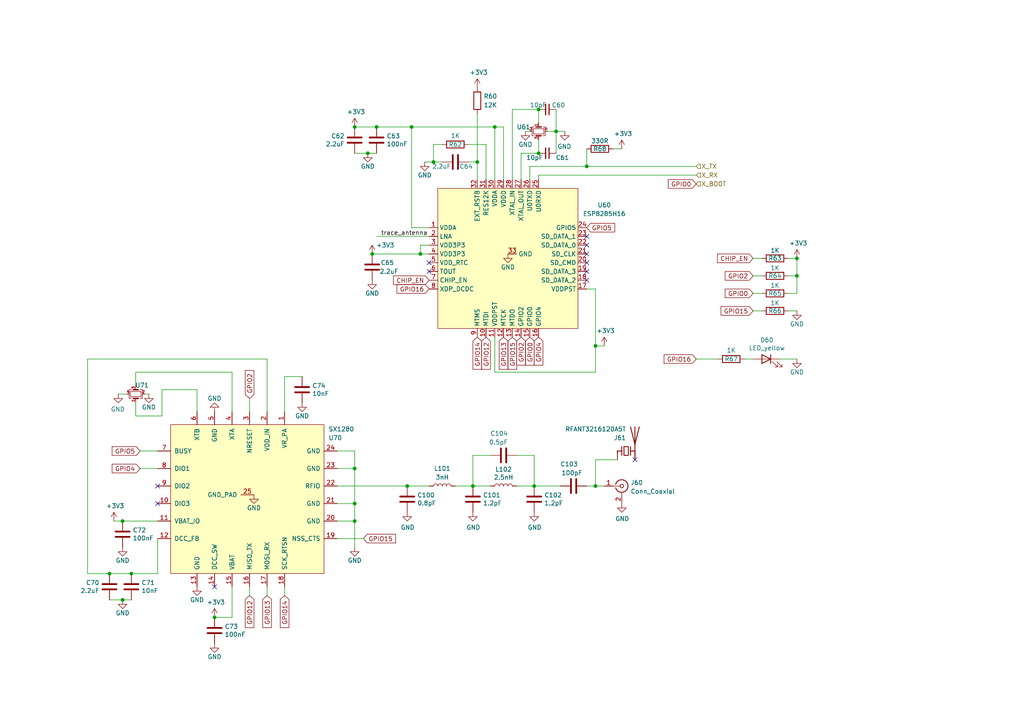
<source format=kicad_sch>
(kicad_sch (version 20231120) (generator "eeschema") (generator_version "8.0")
  (paper "A4")
  (title_block (title "Rotini V3") (date "2022-09-14") (rev "V3.0.0") (company "Team Alfredo"))
  (lib_symbols
    (symbol "AlfredoSymbols:ESP8285H16"
      (property "Reference" "U" (at 13.97 24.13 0))
      (property "Value" "ESP8285H16" (at 19.05 21.59 0))
      (symbol "ESP8285H16_0_1"
        (rectangle (start -20.32 20.32) (end 20.32 -20.32) (fill (type background)))
      )
      (symbol "ESP8285H16_1_1"
        (pin input line (at -22.86 8.89 0) (length 2.54) (name "VDDA") (number "1"))
        (pin input line (at -6.35 -22.86 90) (length 2.54) (name "MTDI") (number "10"))
        (pin input line (at -3.81 -22.86 90) (length 2.54) (name "VDDPST") (number "11"))
        (pin input line (at -1.27 -22.86 90) (length 2.54) (name "MTCK") (number "12"))
        (pin input line (at 1.27 -22.86 90) (length 2.54) (name "MTDO") (number "13"))
        (pin input line (at 3.81 -22.86 90) (length 2.54) (name "GPIO2") (number "14"))
        (pin input line (at 6.35 -22.86 90) (length 2.54) (name "GPIO0") (number "15"))
        (pin input line (at 8.89 -22.86 90) (length 2.54) (name "GPIO4") (number "16"))
        (pin input line (at 22.86 -8.89 180) (length 2.54) (name "VDDPST") (number "17"))
        (pin input line (at 22.86 -6.35 180) (length 2.54) (name "SD_DATA_2") (number "18"))
        (pin input line (at 22.86 -3.81 180) (length 2.54) (name "SD_DATA_3") (number "19"))
        (pin input line (at -22.86 6.35 0) (length 2.54) (name "LNA") (number "2"))
        (pin input line (at 22.86 -1.27 180) (length 2.54) (name "SD_CMD") (number "20"))
        (pin input line (at 22.86 1.27 180) (length 2.54) (name "SD_CLK") (number "21"))
        (pin input line (at 22.86 3.81 180) (length 2.54) (name "SD_DATA_0") (number "22"))
        (pin input line (at 22.86 6.35 180) (length 2.54) (name "SD_DATA_1") (number "23"))
        (pin input line (at 22.86 8.89 180) (length 2.54) (name "GPIO5") (number "24"))
        (pin input line (at 8.89 22.86 270) (length 2.54) (name "U0RXD") (number "25"))
        (pin input line (at 6.35 22.86 270) (length 2.54) (name "U0TXD") (number "26"))
        (pin input line (at 3.81 22.86 270) (length 2.54) (name "XTAL_OUT") (number "27"))
        (pin input line (at 1.27 22.86 270) (length 2.54) (name "XTAL_IN") (number "28"))
        (pin input line (at -1.27 22.86 270) (length 2.54) (name "VDDD") (number "29"))
        (pin input line (at -22.86 3.81 0) (length 2.54) (name "VDD3P3") (number "3"))
        (pin input line (at -3.81 22.86 270) (length 2.54) (name "VDDA") (number "30"))
        (pin input line (at -6.35 22.86 270) (length 2.54) (name "RES12K") (number "31"))
        (pin input line (at -8.89 22.86 270) (length 2.54) (name "EXT_RSTB") (number "32"))
        (pin input line (at 0 1.27 0) (length 2.54) (name "GND") (number "33"))
        (pin input line (at -22.86 1.27 0) (length 2.54) (name "VDD3P3") (number "4"))
        (pin input line (at -22.86 -1.27 0) (length 2.54) (name "VDD_RTC") (number "5"))
        (pin input line (at -22.86 -3.81 0) (length 2.54) (name "TOUT") (number "6"))
        (pin input line (at -22.86 -6.35 0) (length 2.54) (name "CHIP_EN") (number "7"))
        (pin input line (at -22.86 -8.89 0) (length 2.54) (name "XDP_DCDC") (number "8"))
        (pin input line (at -8.89 -22.86 90) (length 2.54) (name "MTMS") (number "9"))
      )
    )
    (symbol "AlfredoSymbols:SX1280" (pin_names (offset 1.016))
      (property "Reference" "U" (at 19.05 21.59 0))
      (property "Value" "SX1280" (at 19.05 24.13 0))
      (symbol "SX1280_0_1"
        (rectangle (start -20.32 20.32) (end 24.13 -22.86) (fill (type background)))
      )
      (symbol "SX1280_1_1"
        (pin output line (at 12.7 24.13 270) (length 3.81) (name "VR_PA") (number "1"))
        (pin bidirectional line (at -24.13 -2.54 0) (length 3.81) (name "DIO3") (number "10"))
        (pin bidirectional line (at -24.13 -7.62 0) (length 3.81) (name "VBAT_IO") (number "11"))
        (pin bidirectional line (at -24.13 -12.7 0) (length 3.81) (name "DCC_FB") (number "12"))
        (pin bidirectional line (at -12.7 -26.67 90) (length 3.81) (name "GND") (number "13"))
        (pin power_in line (at -7.62 -26.67 90) (length 3.81) (name "DCC_SW") (number "14"))
        (pin power_in line (at -2.54 -26.67 90) (length 3.81) (name "VBAT") (number "15"))
        (pin input line (at 2.54 -26.67 90) (length 3.81) (name "MISO_TX") (number "16"))
        (pin output line (at 7.62 -26.67 90) (length 3.81) (name "MOSI_RX") (number "17"))
        (pin input line (at 12.7 -26.67 90) (length 3.81) (name "SCK_RTSN") (number "18"))
        (pin input line (at 27.94 -12.7 180) (length 3.81) (name "NSS_CTS") (number "19"))
        (pin power_in line (at 7.62 24.13 270) (length 3.81) (name "VDD_IN") (number "2"))
        (pin output line (at 27.94 -7.62 180) (length 3.81) (name "GND") (number "20"))
        (pin output line (at 27.94 -2.54 180) (length 3.81) (name "GND") (number "21"))
        (pin input line (at 27.94 2.54 180) (length 3.81) (name "RFIO") (number "22"))
        (pin power_in line (at 27.94 7.62 180) (length 3.81) (name "GND") (number "23"))
        (pin power_in line (at 27.94 12.7 180) (length 3.81) (name "GND") (number "24"))
        (pin power_in line (at 3.81 0 180) (length 3.81) (name "GND_PAD") (number "25"))
        (pin power_in line (at 2.54 24.13 270) (length 3.81) (name "NRESET") (number "3"))
        (pin power_in line (at -2.54 24.13 270) (length 3.81) (name "XTA") (number "4"))
        (pin bidirectional line (at -7.62 24.13 270) (length 3.81) (name "GND") (number "5"))
        (pin bidirectional line (at -12.7 24.13 270) (length 3.81) (name "XTB") (number "6"))
        (pin input line (at -24.13 12.7 0) (length 3.81) (name "BUSY") (number "7"))
        (pin bidirectional line (at -24.13 7.62 0) (length 3.81) (name "DIO1") (number "8"))
        (pin bidirectional line (at -24.13 2.54 0) (length 3.81) (name "DIO2") (number "9"))
      )
    )
    (symbol "Connector:Conn_Coaxial" (pin_names (offset 1.016) hide)
      (property "Reference" "J" (at 0.254 3.048 0))
      (property "Value" "Conn_Coaxial" (at 2.921 0 90))
      (symbol "Conn_Coaxial_0_1"
        (arc (start -1.778 -0.508) (mid 0.2311 -1.8066) (end 1.778 0) (stroke (width 0.254)))
        (polyline (pts (xy -2.54 0) (xy -0.508 0)))
        (polyline (pts (xy 0 -2.54) (xy 0 -1.778)))
        (circle (center 0 0) (radius 0.508) (stroke (width 0.2032)))
        (arc (start 1.778 0) (mid 0.2099 1.8101) (end -1.778 0.508) (stroke (width 0.254)))
      )
      (symbol "Conn_Coaxial_1_1"
        (pin passive line (at -5.08 0 0) (length 2.54) (name "In") (number "1"))
        (pin passive line (at 0 -5.08 90) (length 2.54) (name "Ext") (number "2"))
      )
    )
    (symbol "Device:Antenna_Chip" (pin_numbers hide) (pin_names (offset 1.016) hide)
      (property "Reference" "AE" (at 0 5.08 0))
      (property "Value" "Antenna_Chip" (at 0 3.175 0))
      (symbol "Antenna_Chip_0_1"
        (polyline (pts (xy -2.54 0) (xy -2.54 -0.635)) (stroke (width 0.254)))
        (polyline (pts (xy -2.54 0) (xy -1.27 0)) (stroke (width 0.254)))
        (polyline (pts (xy 1.27 0) (xy 2.54 0)) (stroke (width 0.254)))
        (polyline (pts (xy 1.27 1.27) (xy 1.27 -1.27)) (stroke (width 0.254)))
        (polyline (pts (xy 2.54 -0.635) (xy 2.54 0)))
        (polyline (pts (xy 2.54 6.985) (xy 2.54 -1.905)) (stroke (width 0.254)))
        (polyline (pts (xy -1.27 1.27) (xy -1.27 -1.27) (xy -1.27 0)) (stroke (width 0.254)))
        (polyline (pts (xy 3.81 6.985) (xy 2.54 1.905) (xy 1.27 6.985)) (stroke (width 0.254)))
        (polyline (pts (xy -0.635 1.27) (xy 0.635 1.27) (xy 0.635 -1.27) (xy -0.635 -1.27) (xy -0.635 1.27)) (stroke (width 0.254)))
      )
      (symbol "Antenna_Chip_1_1"
        (pin input line (at -2.54 -2.54 90) (length 2.54) (name "FEED") (number "1"))
        (pin passive line (at 2.54 -2.54 90) (length 2.54) (name "PCB_Trace") (number "2"))
      )
    )
    (symbol "Device:C" (pin_numbers hide) (pin_names (offset 0.254))
      (property "Reference" "C" (at 0.635 2.54 0))
      (property "Value" "C" (at 0.635 -2.54 0))
      (symbol "C_0_1"
        (polyline (pts (xy -2.032 -0.762) (xy 2.032 -0.762)) (stroke (width 0.508)))
        (polyline (pts (xy -2.032 0.762) (xy 2.032 0.762)) (stroke (width 0.508)))
      )
      (symbol "C_1_1"
        (pin passive line (at 0 3.81 270) (length 2.794) (name "~") (number "1"))
        (pin passive line (at 0 -3.81 90) (length 2.794) (name "~") (number "2"))
      )
    )
    (symbol "Device:C_Small" (pin_numbers hide) (pin_names (offset 0.254) hide)
      (property "Reference" "C" (at 0.254 1.778 0))
      (property "Value" "C_Small" (at 0.254 -2.032 0))
      (symbol "C_Small_0_1"
        (polyline (pts (xy -1.524 -0.508) (xy 1.524 -0.508)) (stroke (width 0.3302)))
        (polyline (pts (xy -1.524 0.508) (xy 1.524 0.508)) (stroke (width 0.3048)))
      )
      (symbol "C_Small_1_1"
        (pin passive line (at 0 2.54 270) (length 2.032) (name "~") (number "1"))
        (pin passive line (at 0 -2.54 90) (length 2.032) (name "~") (number "2"))
      )
    )
    (symbol "Device:Crystal_GND24_Small" (pin_names (offset 1.016) hide)
      (property "Reference" "Y" (at 1.27 4.445 0))
      (property "Value" "Crystal_GND24_Small" (at 1.27 2.54 0))
      (symbol "Crystal_GND24_Small_0_1"
        (rectangle (start -0.762 -1.524) (end 0.762 1.524))
        (polyline (pts (xy -1.27 -0.762) (xy -1.27 0.762)) (stroke (width 0.381)))
        (polyline (pts (xy 1.27 -0.762) (xy 1.27 0.762)) (stroke (width 0.381)))
        (polyline (pts (xy -1.27 -1.27) (xy -1.27 -1.905) (xy 1.27 -1.905) (xy 1.27 -1.27)))
        (polyline (pts (xy -1.27 1.27) (xy -1.27 1.905) (xy 1.27 1.905) (xy 1.27 1.27)))
      )
      (symbol "Crystal_GND24_Small_1_1"
        (pin passive line (at -2.54 0 0) (length 1.27) (name "1") (number "1"))
        (pin passive line (at 0 -2.54 90) (length 0.635) (name "2") (number "2"))
        (pin passive line (at 2.54 0 180) (length 1.27) (name "3") (number "3"))
        (pin passive line (at 0 2.54 270) (length 0.635) (name "4") (number "4"))
      )
    )
    (symbol "Device:L" (pin_numbers hide) (pin_names (offset 1.016) hide)
      (property "Reference" "L" (at -1.27 0 90))
      (property "Value" "L" (at 1.905 0 90))
      (symbol "L_0_1"
        (arc (start 0 -2.54) (mid 0.6323 -1.905) (end 0 -1.27))
        (arc (start 0 -1.27) (mid 0.6323 -0.635) (end 0 0))
        (arc (start 0 0) (mid 0.6323 0.635) (end 0 1.27))
        (arc (start 0 1.27) (mid 0.6323 1.905) (end 0 2.54))
      )
      (symbol "L_1_1"
        (pin passive line (at 0 3.81 270) (length 1.27) (name "1") (number "1"))
        (pin passive line (at 0 -3.81 90) (length 1.27) (name "2") (number "2"))
      )
    )
    (symbol "Device:LED" (pin_numbers hide) (pin_names (offset 1.016) hide)
      (property "Reference" "D" (at 0 2.54 0))
      (property "Value" "LED" (at 0 -2.54 0))
      (symbol "LED_0_1"
        (polyline (pts (xy -1.27 -1.27) (xy -1.27 1.27)) (stroke (width 0.254)))
        (polyline (pts (xy -1.27 0) (xy 1.27 0)))
        (polyline (pts (xy 1.27 -1.27) (xy 1.27 1.27) (xy -1.27 0) (xy 1.27 -1.27)) (stroke (width 0.254)))
        (polyline (pts (xy -3.048 -0.762) (xy -4.572 -2.286) (xy -3.81 -2.286) (xy -4.572 -2.286) (xy -4.572 -1.524)))
        (polyline (pts (xy -1.778 -0.762) (xy -3.302 -2.286) (xy -2.54 -2.286) (xy -3.302 -2.286) (xy -3.302 -1.524)))
      )
      (symbol "LED_1_1"
        (pin passive line (at -3.81 0 0) (length 2.54) (name "K") (number "1"))
        (pin passive line (at 3.81 0 180) (length 2.54) (name "A") (number "2"))
      )
    )
    (symbol "Device:R" (pin_numbers hide) (pin_names (offset 0))
      (property "Reference" "R" (at 2.032 0 90))
      (property "Value" "R" (at 0 0 90))
      (symbol "R_0_1"
        (rectangle (start -1.016 -2.54) (end 1.016 2.54) (stroke (width 0.254)))
      )
      (symbol "R_1_1"
        (pin passive line (at 0 3.81 270) (length 1.27) (name "~") (number "1"))
        (pin passive line (at 0 -3.81 90) (length 1.27) (name "~") (number "2"))
      )
    )
    (symbol "power:+3V3" (power) (pin_names (offset 0))
      (property "Value" "+3V3" (at 0 3.556 0))
      (symbol "+3V3_0_1"
        (polyline (pts (xy -0.762 1.27) (xy 0 2.54)))
        (polyline (pts (xy 0 0) (xy 0 2.54)))
        (polyline (pts (xy 0 2.54) (xy 0.762 1.27)))
      )
      (symbol "+3V3_1_1"
        (pin power_in line (at 0 0 90) (length 0) hide (name "+3V3") (number "1"))
      )
    )
    (symbol "power:GND" (power) (pin_names (offset 0))
      (property "Value" "GND" (at 0 -3.81 0))
      (symbol "GND_0_1"
        (polyline (pts (xy 0 0) (xy 0 -1.27) (xy 1.27 -1.27) (xy 0 -2.54) (xy -1.27 -1.27) (xy 0 -1.27)))
      )
      (symbol "GND_1_1"
        (pin power_in line (at 0 0 270) (length 0) hide (name "GND") (number "1"))
      )
    )
  )
  (junction (at 119.38 36.83))
  (junction (at 172.72 100.33))
  (junction (at 109.22 36.83))
  (junction (at 102.87 36.83))
  (junction (at 38.1 166.37))
  (junction (at 138.43 46.99))
  (junction (at 35.56 151.13))
  (junction (at 143.51 36.83))
  (junction (at 106.68 44.45))
  (junction (at 154.94 140.97))
  (junction (at 125.73 46.99))
  (junction (at 231.14 74.93))
  (junction (at 118.11 140.97))
  (junction (at 137.16 140.97))
  (junction (at 172.72 140.97))
  (junction (at 102.87 146.05))
  (junction (at 31.75 166.37))
  (junction (at 107.95 73.66))
  (junction (at 62.23 179.07))
  (junction (at 170.18 48.26))
  (junction (at 156.21 44.45))
  (junction (at 161.29 38.1))
  (junction (at 35.56 173.99))
  (junction (at 121.92 73.66))
  (junction (at 231.14 80.01))
  (junction (at 102.87 151.13))
  (junction (at 156.21 31.75))
  (junction (at 102.87 135.89))
  (no_connect (at 124.46 76.2))
  (no_connect (at 62.23 170.18))
  (no_connect (at 124.46 78.74))
  (no_connect (at 170.18 81.28))
  (no_connect (at 170.18 78.74))
  (no_connect (at 45.72 146.05))
  (no_connect (at 45.72 140.97))
  (no_connect (at 170.18 71.12))
  (no_connect (at 170.18 73.66))
  (no_connect (at 170.18 68.58))
  (no_connect (at 170.18 76.2))
  (no_connect (at 184.15 133.35))
  (wire (pts (xy 67.31 119.38) (xy 67.31 107.95)))
  (wire (pts (xy 102.87 135.89) (xy 102.87 130.81)))
  (wire (pts (xy 135.89 41.91) (xy 140.97 41.91)))
  (wire (pts (xy 135.89 46.99) (xy 138.43 46.99)))
  (wire (pts (xy 170.18 43.18) (xy 170.18 48.26)))
  (wire (pts (xy 25.4 166.37) (xy 31.75 166.37)))
  (wire (pts (xy 228.6 80.01) (xy 231.14 80.01)))
  (wire (pts (xy 172.72 140.97) (xy 175.26 140.97)))
  (wire (pts (xy 97.79 146.05) (xy 102.87 146.05)))
  (wire (pts (xy 97.79 140.97) (xy 118.11 140.97)))
  (wire (pts (xy 97.79 151.13) (xy 102.87 151.13)))
  (wire (pts (xy 148.59 31.75) (xy 156.21 31.75)))
  (wire (pts (xy 46.99 113.03) (xy 57.15 113.03)))
  (wire (pts (xy 97.79 135.89) (xy 102.87 135.89)))
  (wire (pts (xy 151.13 44.45) (xy 151.13 52.07)))
  (wire (pts (xy 82.55 170.18) (xy 82.55 172.72)))
  (wire (pts (xy 201.93 48.26) (xy 170.18 48.26)))
  (wire (pts (xy 125.73 41.91) (xy 128.27 41.91)))
  (wire (pts (xy 177.8 43.18) (xy 180.34 43.18)))
  (wire (pts (xy 102.87 130.81) (xy 97.79 130.81)))
  (wire (pts (xy 121.92 73.66) (xy 121.92 71.12)))
  (wire (pts (xy 106.68 44.45) (xy 109.22 44.45)))
  (wire (pts (xy 154.94 140.97) (xy 162.56 140.97)))
  (wire (pts (xy 138.43 33.02) (xy 138.43 46.99)))
  (wire (pts (xy 118.11 140.97) (xy 124.46 140.97)))
  (wire (pts (xy 149.86 140.97) (xy 154.94 140.97)))
  (wire (pts (xy 124.46 66.04) (xy 119.38 66.04)))
  (wire (pts (xy 40.64 130.81) (xy 45.72 130.81)))
  (wire (pts (xy 143.51 107.95) (xy 172.72 107.95)))
  (wire (pts (xy 125.73 41.91) (xy 125.73 46.99)))
  (wire (pts (xy 137.16 140.97) (xy 142.24 140.97)))
  (wire (pts (xy 109.22 68.58) (xy 124.46 68.58)))
  (wire (pts (xy 57.15 113.03) (xy 57.15 119.38)))
  (wire (pts (xy 34.29 114.3) (xy 36.83 114.3)))
  (wire (pts (xy 72.39 115.57) (xy 72.39 119.38)))
  (wire (pts (xy 67.31 107.95) (xy 39.37 107.95)))
  (wire (pts (xy 161.29 31.75) (xy 161.29 38.1)))
  (wire (pts (xy 25.4 166.37) (xy 25.4 104.14)))
  (wire (pts (xy 153.67 48.26) (xy 153.67 52.07)))
  (wire (pts (xy 152.4 38.1) (xy 153.67 38.1)))
  (wire (pts (xy 46.99 120.65) (xy 46.99 113.03)))
  (wire (pts (xy 132.08 140.97) (xy 137.16 140.97)))
  (wire (pts (xy 142.24 132.08) (xy 137.16 132.08)))
  (wire (pts (xy 35.56 151.13) (xy 45.72 151.13)))
  (wire (pts (xy 231.14 74.93) (xy 231.14 80.01)))
  (wire (pts (xy 46.99 120.65) (xy 39.37 120.65)))
  (wire (pts (xy 40.64 135.89) (xy 45.72 135.89)))
  (wire (pts (xy 121.92 71.12) (xy 124.46 71.12)))
  (wire (pts (xy 39.37 120.65) (xy 39.37 116.84)))
  (wire (pts (xy 156.21 40.64) (xy 156.21 44.45)))
  (wire (pts (xy 172.72 100.33) (xy 175.26 100.33)))
  (wire (pts (xy 82.55 109.22) (xy 87.63 109.22)))
  (wire (pts (xy 35.56 173.99) (xy 38.1 173.99)))
  (wire (pts (xy 156.21 31.75) (xy 156.21 35.56)))
  (wire (pts (xy 128.27 46.99) (xy 125.73 46.99)))
  (wire (pts (xy 25.4 104.14) (xy 77.47 104.14)))
  (wire (pts (xy 231.14 80.01) (xy 231.14 85.09)))
  (wire (pts (xy 154.94 140.97) (xy 154.94 132.08)))
  (wire (pts (xy 67.31 179.07) (xy 67.31 170.18)))
  (wire (pts (xy 161.29 38.1) (xy 163.83 38.1)))
  (wire (pts (xy 158.75 38.1) (xy 161.29 38.1)))
  (wire (pts (xy 43.18 114.3) (xy 41.91 114.3)))
  (wire (pts (xy 123.19 46.99) (xy 125.73 46.99)))
  (wire (pts (xy 143.51 36.83) (xy 143.51 52.07)))
  (wire (pts (xy 31.75 166.37) (xy 38.1 166.37)))
  (wire (pts (xy 218.44 90.17) (xy 220.98 90.17)))
  (wire (pts (xy 102.87 151.13) (xy 102.87 146.05)))
  (wire (pts (xy 140.97 41.91) (xy 140.97 52.07)))
  (wire (pts (xy 72.39 170.18) (xy 72.39 172.72)))
  (wire (pts (xy 172.72 83.82) (xy 170.18 83.82)))
  (wire (pts (xy 218.44 74.93) (xy 220.98 74.93)))
  (wire (pts (xy 154.94 132.08) (xy 149.86 132.08)))
  (wire (pts (xy 109.22 36.83) (xy 119.38 36.83)))
  (wire (pts (xy 228.6 74.93) (xy 231.14 74.93)))
  (wire (pts (xy 119.38 66.04) (xy 119.38 36.83)))
  (wire (pts (xy 156.21 44.45) (xy 151.13 44.45)))
  (wire (pts (xy 107.95 73.66) (xy 121.92 73.66)))
  (wire (pts (xy 172.72 133.35) (xy 179.07 133.35)))
  (wire (pts (xy 77.47 104.14) (xy 77.47 119.38)))
  (wire (pts (xy 148.59 31.75) (xy 148.59 52.07)))
  (wire (pts (xy 161.29 38.1) (xy 161.29 44.45)))
  (wire (pts (xy 39.37 111.76) (xy 39.37 107.95)))
  (wire (pts (xy 97.79 156.21) (xy 105.41 156.21)))
  (wire (pts (xy 215.9 104.14) (xy 218.44 104.14)))
  (wire (pts (xy 45.72 156.21) (xy 45.72 166.37)))
  (wire (pts (xy 119.38 36.83) (xy 143.51 36.83)))
  (wire (pts (xy 218.44 85.09) (xy 220.98 85.09)))
  (wire (pts (xy 143.51 97.79) (xy 143.51 107.95)))
  (wire (pts (xy 38.1 166.37) (xy 45.72 166.37)))
  (wire (pts (xy 102.87 36.83) (xy 109.22 36.83)))
  (wire (pts (xy 77.47 170.18) (xy 77.47 172.72)))
  (wire (pts (xy 138.43 46.99) (xy 138.43 52.07)))
  (wire (pts (xy 156.21 50.8) (xy 201.93 50.8)))
  (wire (pts (xy 170.18 140.97) (xy 172.72 140.97)))
  (wire (pts (xy 172.72 100.33) (xy 172.72 83.82)))
  (wire (pts (xy 170.18 48.26) (xy 153.67 48.26)))
  (wire (pts (xy 102.87 146.05) (xy 102.87 135.89)))
  (wire (pts (xy 62.23 179.07) (xy 67.31 179.07)))
  (wire (pts (xy 102.87 158.75) (xy 102.87 151.13)))
  (wire (pts (xy 143.51 36.83) (xy 146.05 36.83)))
  (wire (pts (xy 146.05 52.07) (xy 146.05 36.83)))
  (wire (pts (xy 124.46 73.66) (xy 121.92 73.66)))
  (wire (pts (xy 172.72 107.95) (xy 172.72 100.33)))
  (wire (pts (xy 137.16 132.08) (xy 137.16 140.97)))
  (wire (pts (xy 33.02 151.13) (xy 35.56 151.13)))
  (wire (pts (xy 201.93 104.14) (xy 208.28 104.14)))
  (wire (pts (xy 226.06 104.14) (xy 231.14 104.14)))
  (wire (pts (xy 156.21 52.07) (xy 156.21 50.8)))
  (wire (pts (xy 172.72 140.97) (xy 172.72 133.35)))
  (wire (pts (xy 228.6 90.17) (xy 231.14 90.17)))
  (wire (pts (xy 102.87 44.45) (xy 106.68 44.45)))
  (wire (pts (xy 31.75 173.99) (xy 35.56 173.99)))
  (wire (pts (xy 82.55 119.38) (xy 82.55 109.22)))
  (wire (pts (xy 228.6 85.09) (xy 231.14 85.09)))
  (wire (pts (xy 218.44 80.01) (xy 220.98 80.01)))
  (label "trace_antenna" (at 110.49 68.58 0))
  (global_label "GPIO5" (shape input) (at 40.64 130.81 180) (property "Intersheetrefs" "${INTERSHEET_REFS}" (effects (hide yes))))
  (global_label "GPIO0" (shape input) (at 153.67 97.79 270) (property "Intersheetrefs" "${INTERSHEET_REFS}" (effects (hide yes))))
  (global_label "GPIO13" (shape input) (at 77.47 172.72 270) (property "Intersheetrefs" "${INTERSHEET_REFS}" (effects (hide yes))))
  (global_label "GPIO4" (shape input) (at 156.21 97.79 270) (property "Intersheetrefs" "${INTERSHEET_REFS}" (effects (hide yes))))
  (global_label "CHIP_EN" (shape input) (at 124.46 81.28 180) (property "Intersheetrefs" "${INTERSHEET_REFS}" (effects (hide yes))))
  (global_label "GPIO4" (shape input) (at 40.64 135.89 180) (property "Intersheetrefs" "${INTERSHEET_REFS}" (effects (hide yes))))
  (global_label "GPIO12" (shape input) (at 72.39 172.72 270) (property "Intersheetrefs" "${INTERSHEET_REFS}" (effects (hide yes))))
  (global_label "GPIO2" (shape input) (at 218.44 80.01 180) (property "Intersheetrefs" "${INTERSHEET_REFS}" (effects (hide yes))))
  (global_label "CHIP_EN" (shape input) (at 218.44 74.93 180) (property "Intersheetrefs" "${INTERSHEET_REFS}" (effects (hide yes))))
  (global_label "GPIO16" (shape input) (at 201.93 104.14 180) (property "Intersheetrefs" "${INTERSHEET_REFS}" (effects (hide yes))))
  (global_label "GPIO15" (shape input) (at 148.59 97.79 270) (property "Intersheetrefs" "${INTERSHEET_REFS}" (effects (hide yes))))
  (global_label "GPIO14" (shape input) (at 82.55 172.72 270) (property "Intersheetrefs" "${INTERSHEET_REFS}" (effects (hide yes))))
  (global_label "GPIO2" (shape input) (at 72.39 115.57 90) (property "Intersheetrefs" "${INTERSHEET_REFS}" (effects (hide yes))))
  (global_label "GPIO14" (shape input) (at 138.43 97.79 270) (property "Intersheetrefs" "${INTERSHEET_REFS}" (effects (hide yes))))
  (global_label "GPIO16" (shape input) (at 124.46 83.82 180) (property "Intersheetrefs" "${INTERSHEET_REFS}" (effects (hide yes))))
  (global_label "GPIO5" (shape input) (at 170.18 66.04 0) (property "Intersheetrefs" "${INTERSHEET_REFS}" (effects (hide yes))))
  (global_label "GPIO2" (shape input) (at 151.13 97.79 270) (property "Intersheetrefs" "${INTERSHEET_REFS}" (effects (hide yes))))
  (global_label "GPIO0" (shape input) (at 218.44 85.09 180) (property "Intersheetrefs" "${INTERSHEET_REFS}" (effects (hide yes))))
  (global_label "GPIO15" (shape input) (at 105.41 156.21 0) (property "Intersheetrefs" "${INTERSHEET_REFS}" (effects (hide yes))))
  (global_label "GPIO12" (shape input) (at 140.97 97.79 270) (property "Intersheetrefs" "${INTERSHEET_REFS}" (effects (hide yes))))
  (global_label "GPIO13" (shape input) (at 146.05 97.79 270) (property "Intersheetrefs" "${INTERSHEET_REFS}" (effects (hide yes))))
  (global_label "GPIO0" (shape input) (at 201.93 53.34 180) (property "Intersheetrefs" "${INTERSHEET_REFS}" (effects (hide yes))))
  (global_label "GPIO15" (shape input) (at 218.44 90.17 180) (property "Intersheetrefs" "${INTERSHEET_REFS}" (effects (hide yes))))
  (hierarchical_label "X_TX" (shape input) (at 201.93 48.26 0))
  (hierarchical_label "X_BOOT" (shape input) (at 201.93 53.34 0))
  (hierarchical_label "X_RX" (shape input) (at 201.93 50.8 0))
  (symbol (lib_id "power:GND") (at 152.4 38.1 0) (unit 1)
    (property "Reference" "#PWR0155" (effects (hide yes)))
    (property "Value" "GND" (at 152.4 41.91 0))
    (instances (project "I3ESC" (path "" (reference "#PWR0155") (unit 1))) (project "Rotini-Hardware" (path "" (reference "#PWR0165") (unit 1))))
  )
  (symbol (lib_id "AlfredoSymbols:SX1280") (at 69.85 143.51 0) (unit 1)
    (property "Reference" "U70" (at 95.25 127 0) (effects (justify left)))
    (property "Value" "SX1280" (at 95.25 124.46 0) (effects (justify left)))
    (property "Footprint" "Package_DFN_QFN:QFN-24-1EP_4x4mm_P0.5mm_EP2.65x2.65mm" (effects (hide yes)))
    (property "Datasheet" "https://lcsc.com/product-detail/RF-Transceiver-ICs_SEMTECH-SX1280IMLTRT_C125969.html" (effects (hide yes)))
    (property "LCSC" "C125969" (effects (hide yes)))
  )
  (symbol (lib_id "Device:R") (at 224.79 74.93 90) (mirror x) (unit 1)
    (property "Reference" "R63" (at 224.79 74.93 90))
    (property "Value" "1K" (at 224.79 72.644 90))
    (property "Footprint" "Resistor_SMD:R_0402_1005Metric" (effects (hide yes)))
    (property "Datasheet" "https://lcsc.com/product-detail/Chip-Resistor---Surface-Mount_UNI-ROYALUniroyal-Elec-UNI-ROYALUniroyal-Elec-0402WGF1001TCE_C11702.html" (effects (hide yes)))
    (property "LCSC" "C11702" (effects (hide yes)))
  )
  (symbol (lib_id "Device:C") (at 35.56 154.94 0) (unit 1)
    (property "Reference" "C72" (at 38.481 153.7716 0) (effects (justify left)))
    (property "Value" "100nF" (at 38.481 156.083 0) (effects (justify left)))
    (property "Footprint" "Capacitor_SMD:C_0402_1005Metric" (effects (hide yes)))
    (property "Datasheet" "https://lcsc.com/product-detail/Multilayer-Ceramic-Capacitors-MLCC---SMD-SMT_Samsung-Electro-Mechanics-Samsung-Electro-Mechanics-CL05B104KB54PNC_C307331.html" (effects (hide yes)))
    (property "LCSC" "C307331" (effects (hide yes)))
  )
  (symbol (lib_id "power:+3V3") (at 62.23 179.07 0) (unit 1)
    (property "Reference" "#PWR0131" (effects (hide yes)))
    (property "Value" "+3V3" (at 62.611 174.6758 0))
  )
  (symbol (lib_id "power:GND") (at 35.56 173.99 0) (unit 1)
    (property "Reference" "#PWR0151" (effects (hide yes)))
    (property "Value" "GND" (at 35.56 177.8 0))
    (instances (project "I3ESC" (path "" (reference "#PWR0151") (unit 1))) (project "Rotini-Hardware" (path "" (reference "#PWR0135") (unit 1))))
  )
  (symbol (lib_id "power:GND") (at 231.14 104.14 0) (unit 1)
    (property "Reference" "#PWR0118" (effects (hide yes)))
    (property "Value" "GND" (at 231.14 107.95 0))
  )
  (symbol (lib_id "Device:R") (at 132.08 41.91 90) (mirror x) (unit 1)
    (property "Reference" "R62" (at 132.08 41.91 90))
    (property "Value" "1K" (at 132.08 39.37 90))
    (property "Footprint" "Resistor_SMD:R_0402_1005Metric" (effects (hide yes)))
    (property "Datasheet" "https://lcsc.com/product-detail/Chip-Resistor---Surface-Mount_UNI-ROYALUniroyal-Elec-UNI-ROYALUniroyal-Elec-0402WGF1001TCE_C11702.html" (effects (hide yes)))
    (property "LCSC" "C11702" (effects (hide yes)))
  )
  (symbol (lib_id "power:GND") (at 34.29 114.3 0) (mirror y) (unit 1)
    (property "Reference" "#PWR0134" (effects (hide yes)))
    (property "Value" "GND" (at 34.163 118.6942 0))
  )
  (symbol (lib_id "Device:C") (at 102.87 40.64 0) (mirror y) (unit 1)
    (property "Reference" "C62" (at 99.949 39.4716 0) (effects (justify left)))
    (property "Value" "2.2uF" (at 99.949 41.783 0) (effects (justify left)))
    (property "Footprint" "Capacitor_SMD:C_0402_1005Metric" (effects (hide yes)))
    (property "Datasheet" "https://lcsc.com/product-detail/Multilayer-Ceramic-Capacitors-MLCC---SMD-SMT_Samsung-Electro-Mechanics-Samsung-Electro-Mechanics-CL05A225MQ5NSNC_C12530.html" (effects (hide yes)))
    (property "LCSC" "C12530" (effects (hide yes)))
  )
  (symbol (lib_id "power:GND") (at 154.94 148.59 0) (unit 1)
    (property "Reference" "#PWR0124" (effects (hide yes)))
    (property "Value" "GND" (at 155.067 152.9842 0))
  )
  (symbol (lib_id "Device:C") (at 38.1 170.18 0) (unit 1)
    (property "Reference" "C71" (at 41.021 169.0116 0) (effects (justify left)))
    (property "Value" "10nF" (at 41.021 171.323 0) (effects (justify left)))
    (property "Footprint" "Capacitor_SMD:C_0402_1005Metric" (effects (hide yes)))
    (property "Datasheet" "https://lcsc.com/product-detail/Multilayer-Ceramic-Capacitors-MLCC---SMD-SMT_Samsung-Electro-Mechanics-Samsung-Electro-Mechanics-CL05B103KB5NNNC_C15195.html" (effects (hide yes)))
    (property "LCSC" "C15195" (effects (hide yes)))
  )
  (symbol (lib_id "Device:C") (at 154.94 144.78 0) (unit 1)
    (property "Reference" "C102" (at 157.861 143.6116 0) (effects (justify left)))
    (property "Value" "1.2pF" (at 157.861 145.923 0) (effects (justify left)))
    (property "Footprint" "Capacitor_SMD:C_0402_1005Metric" (effects (hide yes)))
    (property "Datasheet" "https://lcsc.com/product-detail/Multilayer-Ceramic-Capacitors-MLCC---SMD-SMT_EYANGShenzhen-Eyang-Tech-Development-EYANGShenzhen-Eyang-Tech-Development-C0402C0G1R2C500NTB_C115613.html" (effects (hide yes)))
    (property "LCSC" "C115613" (effects (hide yes)))
  )
  (symbol (lib_id "power:GND") (at 180.34 146.05 0) (unit 1)
    (property "Reference" "#PWR0169" (effects (hide yes)))
    (property "Value" "GND" (at 180.467 150.4442 0))
  )
  (symbol (lib_id "Device:C") (at 137.16 144.78 0) (unit 1)
    (property "Reference" "C101" (at 140.081 143.6116 0) (effects (justify left)))
    (property "Value" "1.2pF" (at 140.081 145.923 0) (effects (justify left)))
    (property "Footprint" "Capacitor_SMD:C_0402_1005Metric" (effects (hide yes)))
    (property "Datasheet" "https://lcsc.com/product-detail/Multilayer-Ceramic-Capacitors-MLCC---SMD-SMT_EYANGShenzhen-Eyang-Tech-Development-EYANGShenzhen-Eyang-Tech-Development-C0402C0G1R2C500NTB_C115613.html" (effects (hide yes)))
    (property "LCSC" "C115613" (effects (hide yes)))
  )
  (symbol (lib_id "power:GND") (at 147.32 73.66 0) (unit 1)
    (property "Reference" "#PWR0167" (effects (hide yes)))
    (property "Value" "GND" (at 147.32 77.47 0))
  )
  (symbol (lib_id "power:GND") (at 231.14 90.17 0) (unit 1)
    (property "Reference" "#PWR0177" (effects (hide yes)))
    (property "Value" "GND" (at 231.14 93.98 0))
    (instances (project "I3ESC" (path "" (reference "#PWR0177") (unit 1))) (project "Rotini-Hardware" (path "" (reference "#PWR0102") (unit 1))))
  )
  (symbol (lib_id "power:+3V3") (at 138.43 25.4 0) (unit 1)
    (property "Reference" "#PWR0149" (effects (hide yes)))
    (property "Value" "+3V3" (at 138.811 21.0058 0))
    (instances (project "I3ESC" (path "" (reference "#PWR0149") (unit 1))) (project "Rotini-Hardware" (path "" (reference "#PWR0113") (unit 1))))
  )
  (symbol (lib_id "Device:R") (at 173.99 43.18 90) (mirror x) (unit 1)
    (property "Reference" "R68" (at 173.99 43.18 90))
    (property "Value" "330R" (at 173.99 40.894 90))
    (property "Footprint" "Resistor_SMD:R_0402_1005Metric" (effects (hide yes)))
    (property "Datasheet" "https://lcsc.com/product-detail/Chip-Resistor---Surface-Mount_UNI-ROYALUniroyal-Elec-UNI-ROYALUniroyal-Elec-0402WGF3300TCE_C25104.html" (effects (hide yes)))
    (property "LCSC" "C25104" (effects (hide yes)))
  )
  (symbol (lib_id "Device:L") (at 146.05 140.97 90) (unit 1)
    (property "Reference" "L102" (at 146.05 136.144 90))
    (property "Value" "2.5nH" (at 146.05 138.4554 90))
    (property "Footprint" "Inductor_SMD:L_0402_1005Metric" (effects (hide yes)))
    (property "Datasheet" "https://lcsc.com/product-detail/Inductors-SMD_Murata-Electronics-Murata-Electronics-LQW15AN2N5B00D_C237342.html" (effects (hide yes)))
    (property "LCSC" "C237342" (effects (hide yes)))
  )
  (symbol (lib_id "Device:R") (at 212.09 104.14 90) (unit 1)
    (property "Reference" "R67" (at 212.09 104.14 90))
    (property "Value" "1K" (at 212.09 101.6 90))
    (property "Footprint" "Resistor_SMD:R_0402_1005Metric" (effects (hide yes)))
    (property "Datasheet" "https://lcsc.com/product-detail/Chip-Resistor---Surface-Mount_UNI-ROYALUniroyal-Elec-UNI-ROYALUniroyal-Elec-0402WGF1001TCE_C11702.html" (effects (hide yes)))
    (property "LCSC" "C11702" (effects (hide yes)))
  )
  (symbol (lib_id "Device:C") (at 166.37 140.97 90) (unit 1)
    (property "Reference" "C103" (at 167.64 134.62 90) (effects (justify left)))
    (property "Value" "100pF" (at 168.91 137.16 90) (effects (justify left)))
    (property "Footprint" "Capacitor_SMD:C_0402_1005Metric" (effects (hide yes)))
    (property "Datasheet" "https://lcsc.com/product-detail/Multilayer-Ceramic-Capacitors-MLCC---SMD-SMT_FH-Guangdong-Fenghua-Advanced-Tech-FH-Guangdong-Fenghua-Advanced-Tech-0402CG101J500NT_C1546.html" (effects (hide yes)))
    (property "LCSC" "C1546" (effects (hide yes)))
  )
  (symbol (lib_id "Device:LED") (at 222.25 104.14 0) (mirror y) (unit 1)
    (property "Reference" "D60" (at 222.4278 98.6282 0))
    (property "Value" "LED_yellow" (at 222.4278 100.9396 0))
    (property "Footprint" "LED_SMD:LED_0603_1608Metric" (effects (hide yes)))
    (property "Datasheet" "https://lcsc.com/product-detail/Light-Emitting-Diodes-LED_Everlight-Elec-Everlight-Elec-19-213-Y2C-CQ2R2L-3TCY_C72038.html" (effects (hide yes)))
    (property "LCSC" "C72038" (effects (hide yes)))
  )
  (symbol (lib_id "power:GND") (at 62.23 186.69 0) (unit 1)
    (property "Reference" "#PWR0153" (effects (hide yes)))
    (property "Value" "GND" (at 62.23 190.5 0))
    (instances (project "I3ESC" (path "" (reference "#PWR0153") (unit 1))) (project "Rotini-Hardware" (path "" (reference "#PWR0130") (unit 1))))
  )
  (symbol (lib_id "Device:C") (at 87.63 113.03 0) (unit 1)
    (property "Reference" "C74" (at 90.551 111.8616 0) (effects (justify left)))
    (property "Value" "10nF" (at 90.551 114.173 0) (effects (justify left)))
    (property "Footprint" "Capacitor_SMD:C_0402_1005Metric" (effects (hide yes)))
    (property "Datasheet" "https://lcsc.com/product-detail/Multilayer-Ceramic-Capacitors-MLCC---SMD-SMT_Samsung-Electro-Mechanics-Samsung-Electro-Mechanics-CL05B103KB5NNNC_C15195.html" (effects (hide yes)))
    (property "LCSC" "C15195" (effects (hide yes)))
  )
  (symbol (lib_id "Device:C") (at 146.05 132.08 90) (unit 1)
    (property "Reference" "C104" (at 147.32 125.73 90) (effects (justify left)))
    (property "Value" "0.5pF" (at 147.32 128.27 90) (effects (justify left)))
    (property "Footprint" "Capacitor_SMD:C_0402_1005Metric" (effects (hide yes)))
    (property "Datasheet" "https://lcsc.com/product-detail/Multilayer-Ceramic-Capacitors-MLCC---SMD-SMT_Darfon-Elec-Darfon-Elec-C1005NP0508CGTS_C147327.html" (effects (hide yes)))
    (property "LCSC" "C147327" (effects (hide yes)))
  )
  (symbol (lib_id "Device:R") (at 224.79 90.17 90) (mirror x) (unit 1)
    (property "Reference" "R66" (at 224.79 90.17 90))
    (property "Value" "1K" (at 224.79 87.884 90))
    (property "Footprint" "Resistor_SMD:R_0402_1005Metric" (effects (hide yes)))
    (property "Datasheet" "https://lcsc.com/product-detail/Chip-Resistor---Surface-Mount_UNI-ROYALUniroyal-Elec-UNI-ROYALUniroyal-Elec-0402WGF1001TCE_C11702.html" (effects (hide yes)))
    (property "LCSC" "C11702" (effects (hide yes)))
  )
  (symbol (lib_id "power:+3V3") (at 107.95 73.66 0) (unit 1)
    (property "Reference" "#PWR0126" (effects (hide yes)))
    (property "Value" "+3V3" (at 111.76 71.12 0))
    (instances (project "I3ESC" (path "" (reference "#PWR0126") (unit 1))) (project "Rotini-Hardware" (path "" (reference "#PWR0166") (unit 1))))
  )
  (symbol (lib_id "Device:L") (at 128.27 140.97 90) (unit 1)
    (property "Reference" "L101" (at 128.27 135.89 90))
    (property "Value" "3nH" (at 128.27 138.43 90))
    (property "Footprint" "Inductor_SMD:L_0402_1005Metric" (effects (hide yes)))
    (property "Datasheet" "https://lcsc.com/product-detail/Inductors-SMD_TDK-TDK-MLG1005S3N0BT000_C275284.html" (effects (hide yes)))
    (property "LCSC" "C275284" (effects (hide yes)))
  )
  (symbol (lib_id "power:GND") (at 102.87 158.75 0) (unit 1)
    (property "Reference" "#PWR0129" (effects (hide yes)))
    (property "Value" "GND" (at 102.87 162.56 0))
  )
  (symbol (lib_id "Device:C") (at 31.75 170.18 0) (mirror y) (unit 1)
    (property "Reference" "C70" (at 28.829 169.0116 0) (effects (justify left)))
    (property "Value" "2.2uF" (at 28.829 171.323 0) (effects (justify left)))
    (property "Footprint" "Capacitor_SMD:C_0402_1005Metric" (effects (hide yes)))
    (property "Datasheet" "https://lcsc.com/product-detail/Multilayer-Ceramic-Capacitors-MLCC---SMD-SMT_Samsung-Electro-Mechanics-Samsung-Electro-Mechanics-CL05A225MQ5NSNC_C12530.html" (effects (hide yes)))
    (property "LCSC" "C12530" (effects (hide yes)))
  )
  (symbol (lib_id "power:GND") (at 118.11 148.59 0) (unit 1)
    (property "Reference" "#PWR0125" (effects (hide yes)))
    (property "Value" "GND" (at 118.237 152.9842 0))
  )
  (symbol (lib_id "power:+3V3") (at 231.14 74.93 0) (unit 1)
    (property "Reference" "#PWR0168" (effects (hide yes)))
    (property "Value" "+3V3" (at 231.521 70.5358 0))
  )
  (symbol (lib_id "power:GND") (at 123.19 46.99 0) (unit 1)
    (property "Reference" "#PWR0146" (effects (hide yes)))
    (property "Value" "GND" (at 123.19 50.8 0))
    (instances (project "I3ESC" (path "" (reference "#PWR0146") (unit 1))) (project "Rotini-Hardware" (path "" (reference "#PWR0112") (unit 1))))
  )
  (symbol (lib_id "Device:C") (at 109.22 40.64 0) (unit 1)
    (property "Reference" "C63" (at 112.141 39.4716 0) (effects (justify left)))
    (property "Value" "100nF" (at 112.141 41.783 0) (effects (justify left)))
    (property "Footprint" "Capacitor_SMD:C_0402_1005Metric" (effects (hide yes)))
    (property "Datasheet" "https://lcsc.com/product-detail/Multilayer-Ceramic-Capacitors-MLCC---SMD-SMT_Samsung-Electro-Mechanics-Samsung-Electro-Mechanics-CL05B104KB54PNC_C307331.html" (effects (hide yes)))
    (property "LCSC" "C307331" (effects (hide yes)))
  )
  (symbol (lib_id "AlfredoSymbols:ESP8285H16") (at 147.32 74.93 0) (unit 1)
    (property "Reference" "U60" (at 175.26 59.4612 0))
    (property "Value" "ESP8285H16" (at 175.26 62.0012 0))
    (property "Footprint" "Package_DFN_QFN:QFN-32-1EP_5x5mm_P0.5mm_EP3.7x3.7mm" (effects (hide yes)))
    (property "Datasheet" "https://lcsc.com/product-detail/RF-Transceiver-ICs_Espressif-Systems-ESP8285H16_C967019.html" (effects (hide yes)))
    (property "LCSC" "C967019" (effects (hide yes)))
  )
  (symbol (lib_id "Device:C") (at 118.11 144.78 0) (unit 1)
    (property "Reference" "C100" (at 121.031 143.6116 0) (effects (justify left)))
    (property "Value" "0.8pF" (at 121.031 145.923 0) (effects (justify left)))
    (property "Footprint" "Capacitor_SMD:C_0402_1005Metric" (effects (hide yes)))
    (property "Datasheet" "https://lcsc.com/product-detail/Multilayer-Ceramic-Capacitors-MLCC---SMD-SMT_EYANGShenzhen-Eyang-Tech-Development-EYANGShenzhen-Eyang-Tech-Development-C0402C0G0R8C500NTB_C115605.html" (effects (hide yes)))
    (property "LCSC" "C115605" (effects (hide yes)))
  )
  (symbol (lib_id "Device:C") (at 107.95 77.47 0) (mirror y) (unit 1)
    (property "Reference" "C65" (at 114.3 76.2 0) (effects (justify left)))
    (property "Value" "2.2uF" (at 115.57 78.74 0) (effects (justify left)))
    (property "Footprint" "Capacitor_SMD:C_0402_1005Metric" (effects (hide yes)))
    (property "Datasheet" "https://lcsc.com/product-detail/Multilayer-Ceramic-Capacitors-MLCC---SMD-SMT_Samsung-Electro-Mechanics-Samsung-Electro-Mechanics-CL05A225MQ5NSNC_C12530.html" (effects (hide yes)))
    (property "LCSC" "C12530" (effects (hide yes)))
  )
  (symbol (lib_id "Device:C") (at 132.08 46.99 90) (mirror x) (unit 1)
    (property "Reference" "C64" (at 137.16 48.26 90) (effects (justify left)))
    (property "Value" "2.2uF" (at 130.81 48.26 90) (effects (justify left)))
    (property "Footprint" "Capacitor_SMD:C_0402_1005Metric" (effects (hide yes)))
    (property "Datasheet" "https://lcsc.com/product-detail/Multilayer-Ceramic-Capacitors-MLCC---SMD-SMT_Samsung-Electro-Mechanics-Samsung-Electro-Mechanics-CL05A225MQ5NSNC_C12530.html" (effects (hide yes)))
    (property "LCSC" "C12530" (effects (hide yes)))
  )
  (symbol (lib_id "Connector:Conn_Coaxial") (at 180.34 140.97 0) (unit 1)
    (property "Reference" "J60" (at 182.88 139.9931 0) (effects (justify left)))
    (property "Value" "Conn_Coaxial" (at 182.88 142.5331 0) (effects (justify left)))
    (property "Footprint" "Connector_Coaxial:U.FL_Hirose_U.FL-R-SMT-1_Vertical" (effects (hide yes)))
    (property "Datasheet" "https://www.lcsc.com/product-detail/RF-Connectors---Coaxial-Connectors_HRSHirose-HRSHirose-U.FL-R-SMT-180_C88374.html" (effects (hide yes)))
    (property "LCSC" "C88374" (effects (hide yes)))
  )
  (symbol (lib_id "power:+3V3") (at 33.02 151.13 0) (unit 1)
    (property "Reference" "#PWR0173" (effects (hide yes)))
    (property "Value" "+3V3" (at 33.401 146.7358 0))
    (instances (project "I3ESC" (path "" (reference "#PWR0173") (unit 1))) (project "Rotini-Hardware" (path "" (reference "#PWR0137") (unit 1))))
  )
  (symbol (lib_id "power:GND") (at 107.95 81.28 0) (unit 1)
    (property "Reference" "#PWR0150" (effects (hide yes)))
    (property "Value" "GND" (at 107.95 85.09 0))
    (instances (project "I3ESC" (path "" (reference "#PWR0150") (unit 1))) (project "Rotini-Hardware" (path "" (reference "#PWR0101") (unit 1))))
  )
  (symbol (lib_id "power:GND") (at 43.18 114.3 0) (unit 1)
    (property "Reference" "#PWR0174" (effects (hide yes)))
    (property "Value" "GND" (at 43.18 118.11 0))
    (instances (project "I3ESC" (path "" (reference "#PWR0174") (unit 1))) (project "Rotini-Hardware" (path "" (reference "#PWR0132") (unit 1))))
  )
  (symbol (lib_id "power:+3V3") (at 180.34 43.18 0) (unit 1)
    (property "Reference" "#PWR0162" (effects (hide yes)))
    (property "Value" "+3V3" (at 180.721 38.7858 0))
    (instances (project "I3ESC" (path "" (reference "#PWR0162") (unit 1))) (project "Rotini-Hardware" (path "" (reference "#PWR0115") (unit 1))))
  )
  (symbol (lib_id "power:GND") (at 57.15 170.18 0) (unit 1)
    (property "Reference" "#PWR0152" (effects (hide yes)))
    (property "Value" "GND" (at 57.15 173.99 0))
    (instances (project "I3ESC" (path "" (reference "#PWR0152") (unit 1))) (project "Rotini-Hardware" (path "" (reference "#PWR0136") (unit 1))))
  )
  (symbol (lib_id "Device:R") (at 138.43 29.21 0) (mirror y) (unit 1)
    (property "Reference" "R60" (at 142.24 27.94 0))
    (property "Value" "12K" (at 142.24 30.48 0))
    (property "Footprint" "Resistor_SMD:R_0402_1005Metric" (effects (hide yes)))
    (property "Datasheet" "https://www.lcsc.com/product-detail/Chip-Resistor---Surface-Mount_UNI-ROYALUniroyal-Elec-UNI-ROYALUniroyal-Elec-0402WGF1202TCE_C25752.html" (effects (hide yes)))
    (property "LCSC" "C25752" (effects (hide yes)))
  )
  (symbol (lib_id "power:GND") (at 62.23 119.38 180) (unit 1)
    (property "Reference" "#PWR0133" (effects (hide yes)))
    (property "Value" "GND" (at 62.23 115.57 0))
  )
  (symbol (lib_id "Device:C_Small") (at 158.75 31.75 270) (unit 1)
    (property "Reference" "C60" (at 160.02 30.48 90) (effects (justify left)))
    (property "Value" "10pF" (at 153.67 30.48 90) (effects (justify left)))
    (property "Footprint" "Capacitor_SMD:C_0402_1005Metric" (effects (hide yes)))
    (property "Datasheet" "https://lcsc.com/product-detail/Multilayer-Ceramic-Capacitors-MLCC---SMD-SMT_Samsung-Electro-Mechanics-Samsung-Electro-Mechanics-CL05C100JB5NNNC_C32949.html" (effects (hide yes)))
    (property "LCSC" "C32949" (effects (hide yes)))
  )
  (symbol (lib_id "power:GND") (at 137.16 148.59 0) (unit 1)
    (property "Reference" "#PWR0123" (effects (hide yes)))
    (property "Value" "GND" (at 137.287 152.9842 0))
  )
  (symbol (lib_id "Device:Crystal_GND24_Small") (at 39.37 114.3 90) (unit 1)
    (property "Reference" "U71" (at 43.18 111.76 90) (effects (justify left)))
    (property "Value" "Crystal_SX1280" (effects (hide yes)))
    (property "Footprint" "Crystal:Crystal_SMD_2016-4Pin_2.0x1.6mm" (effects (hide yes)))
    (property "Datasheet" "https://www.lcsc.com/product-detail/Crystals_HCI-HCI-XC21M4-52.000-F10NNHPL_C3034316.html" (effects (hide yes)))
    (property "LCSC" "C3034316" (effects (hide yes)))
  )
  (symbol (lib_id "Device:Antenna_Chip") (at 181.61 130.81 0) (unit 1)
    (property "Reference" "J61" (at 181.61 127 0) (effects (justify right)))
    (property "Value" "RFANT3216120A5T" (at 181.61 124.46 0) (effects (justify right)))
    (property "Footprint" "Capacitor_SMD:C_1206_3216Metric" (effects (hide yes)))
    (property "Datasheet" "https://www.lcsc.com/product-detail/Antennas_Shenzhen-Kinghelm-Elec-Shenzhen-Kinghelm-Elec-KH3216-A55_C484541.html" (effects (hide yes)))
    (property "LCSC" "C484541" (effects (hide yes)))
    (instances (project "I3ESC" (path "" (reference "J61") (unit 1))) (project "Rotini-Hardware" (path "" (reference "J61") (unit 1))) (project "NoKi" (path "" (reference "J14") (unit 1))))
  )
  (symbol (lib_id "Device:Crystal_GND24_Small") (at 156.21 38.1 270) (unit 1)
    (property "Reference" "U61" (at 149.86 36.83 90) (effects (justify left)))
    (property "Value" "Crystal_ESP8285" (effects (hide yes)))
    (property "Footprint" "Crystal:Crystal_SMD_2016-4Pin_2.0x1.6mm" (effects (hide yes)))
    (property "Datasheet" "https://www.lcsc.com/product-detail/Crystals_JGHC-JGHC-S2126000121080_C390789.html" (effects (hide yes)))
    (property "LCSC" "C390789" (effects (hide yes)))
  )
  (symbol (lib_id "power:+3V3") (at 102.87 36.83 0) (unit 1)
    (property "Reference" "#PWR0171" (effects (hide yes)))
    (property "Value" "+3V3" (at 103.251 32.4358 0))
  )
  (symbol (lib_id "Device:C") (at 62.23 182.88 0) (unit 1)
    (property "Reference" "C73" (at 65.151 181.7116 0) (effects (justify left)))
    (property "Value" "100nF" (at 65.151 184.023 0) (effects (justify left)))
    (property "Footprint" "Capacitor_SMD:C_0402_1005Metric" (effects (hide yes)))
    (property "Datasheet" "https://lcsc.com/product-detail/Multilayer-Ceramic-Capacitors-MLCC---SMD-SMT_Samsung-Electro-Mechanics-Samsung-Electro-Mechanics-CL05B104KB54PNC_C307331.html" (effects (hide yes)))
    (property "LCSC" "C307331" (effects (hide yes)))
  )
  (symbol (lib_id "power:GND") (at 35.56 158.75 0) (unit 1)
    (property "Reference" "#PWR0176" (effects (hide yes)))
    (property "Value" "GND" (at 35.56 162.56 0))
    (instances (project "I3ESC" (path "" (reference "#PWR0176") (unit 1))) (project "Rotini-Hardware" (path "" (reference "#PWR0138") (unit 1))))
  )
  (symbol (lib_id "power:GND") (at 73.66 143.51 0) (unit 1)
    (property "Reference" "#PWR0128" (effects (hide yes)))
    (property "Value" "GND" (at 73.66 147.32 0))
  )
  (symbol (lib_id "Device:C_Small") (at 158.75 44.45 270) (mirror x) (unit 1)
    (property "Reference" "C61" (at 165.1 45.72 90) (effects (justify right)))
    (property "Value" "10pF" (at 157.48 45.72 90) (effects (justify right)))
    (property "Footprint" "Capacitor_SMD:C_0402_1005Metric" (effects (hide yes)))
    (property "Datasheet" "https://lcsc.com/product-detail/Multilayer-Ceramic-Capacitors-MLCC---SMD-SMT_Samsung-Electro-Mechanics-Samsung-Electro-Mechanics-CL05C100JB5NNNC_C32949.html" (effects (hide yes)))
    (property "LCSC" "C32949" (effects (hide yes)))
  )
  (symbol (lib_id "Device:R") (at 224.79 80.01 90) (mirror x) (unit 1)
    (property "Reference" "R64" (at 224.79 80.01 90))
    (property "Value" "1K" (at 224.79 77.724 90))
    (property "Footprint" "Resistor_SMD:R_0402_1005Metric" (effects (hide yes)))
    (property "Datasheet" "https://lcsc.com/product-detail/Chip-Resistor---Surface-Mount_UNI-ROYALUniroyal-Elec-UNI-ROYALUniroyal-Elec-0402WGF1001TCE_C11702.html" (effects (hide yes)))
    (property "LCSC" "C11702" (effects (hide yes)))
  )
  (symbol (lib_id "Device:R") (at 224.79 85.09 90) (mirror x) (unit 1)
    (property "Reference" "R65" (at 224.79 85.09 90))
    (property "Value" "1K" (at 224.79 82.804 90))
    (property "Footprint" "Resistor_SMD:R_0402_1005Metric" (effects (hide yes)))
    (property "Datasheet" "https://lcsc.com/product-detail/Chip-Resistor---Surface-Mount_UNI-ROYALUniroyal-Elec-UNI-ROYALUniroyal-Elec-0402WGF1001TCE_C11702.html" (effects (hide yes)))
    (property "LCSC" "C11702" (effects (hide yes)))
  )
  (symbol (lib_id "power:GND") (at 87.63 116.84 0) (unit 1)
    (property "Reference" "#PWR0127" (effects (hide yes)))
    (property "Value" "GND" (at 87.63 120.65 0))
  )
  (symbol (lib_id "power:GND") (at 106.68 44.45 0) (unit 1)
    (property "Reference" "#PWR0170" (effects (hide yes)))
    (property "Value" "GND" (at 106.68 48.26 0))
  )
  (symbol (lib_id "power:+3V3") (at 175.26 100.33 0) (unit 1)
    (property "Reference" "#PWR0172" (effects (hide yes)))
    (property "Value" "+3V3" (at 175.641 95.9358 0))
  )
  (symbol (lib_id "power:GND") (at 163.83 38.1 0) (mirror y) (unit 1)
    (property "Reference" "#PWR0161" (effects (hide yes)))
    (property "Value" "GND" (at 163.703 42.4942 0))
    (instances (project "I3ESC" (path "" (reference "#PWR0161") (unit 1))) (project "Rotini-Hardware" (path "" (reference "#PWR0119") (unit 1))))
  )
)
</source>
